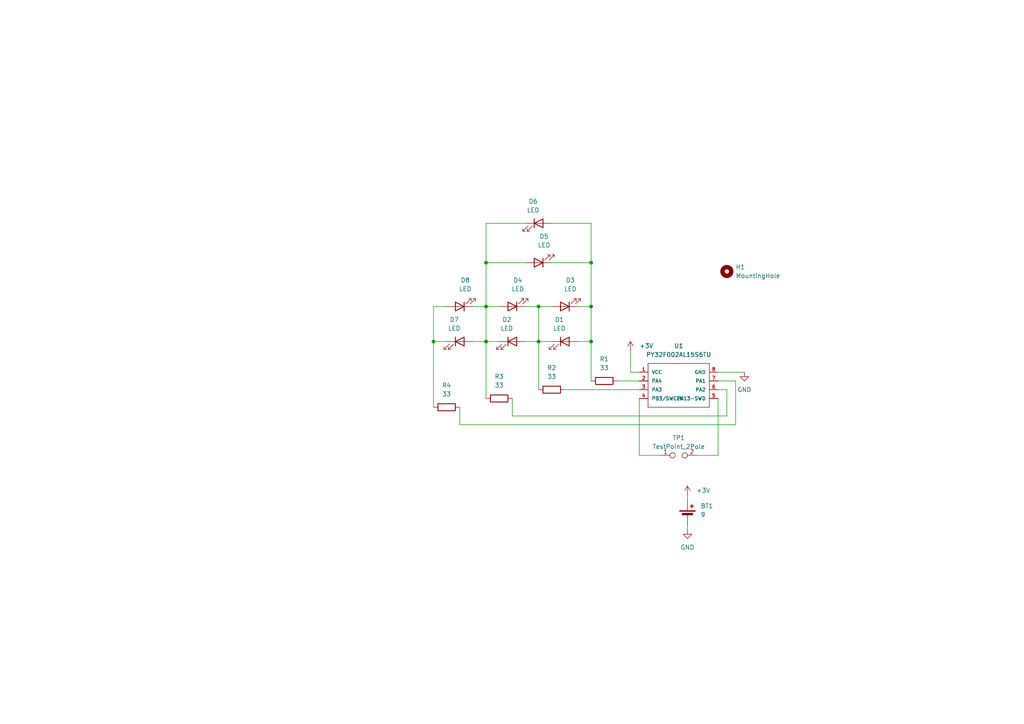
<source format=kicad_sch>
(kicad_sch (version 20250114) (generator "eeschema") (generator_version "9.0")
  (paper "A4")
  (lib_symbols
    (symbol "Connector:TestPoint_2Pole" (pin_names (offset 0.762) (hide yes))
      (property "Reference" "TP" (at 0 1.524 0))
      (property "Value" "TestPoint_2Pole" (at 0 -1.778 0))
      (symbol "TestPoint_2Pole_0_1"
        (circle (center -1.778 0) (radius 0.762))
        (circle (center 1.778 0) (radius 0.762))
        (pin passive line (at -5.08 0 0) (length 2.54) (name "1") (number "1"))
        (pin passive line (at 5.08 0 180) (length 2.54) (name "2") (number "2"))
      )
    )
    (symbol "Device:Battery_Cell" (pin_numbers (hide yes)) (pin_names (offset 0) (hide yes))
      (property "Reference" "BT1" (at 3.81 3.1116 0))
      (property "Value" "9" (at 3.81 0.5716 0))
      (symbol "Battery_Cell_0_1"
        (rectangle (start -2.286 1.778) (end 2.286 1.524) (fill (type outline)))
        (rectangle (start -1.524 1.016) (end 1.524 0.508) (fill (type outline)))
        (polyline (pts (xy 0 1.778) (xy 0 2.54)))
        (polyline (pts (xy 0 0.762) (xy 0 0)))
        (polyline (pts (xy 0.762 3.048) (xy 1.778 3.048)) (stroke (width 0.254)))
        (polyline (pts (xy 1.27 3.556) (xy 1.27 2.54)) (stroke (width 0.254)))
      )
      (symbol "Battery_Cell_1_1"
        (pin power_out line (at 0 5.08 270) (length 2.54) (name "+") (number "1"))
        (pin power_out line (at 0 -2.54 90) (length 2.54) (name "-") (number "2"))
      )
    )
    (symbol "Device:LED" (pin_numbers (hide yes)) (pin_names (offset 1.016) (hide yes))
      (property "Reference" "D" (at 0 2.54 0))
      (property "Value" "LED" (at 0 -2.54 0))
      (symbol "LED_0_1"
        (polyline (pts (xy -3.048 -0.762) (xy -4.572 -2.286) (xy -3.81 -2.286) (xy -4.572 -2.286) (xy -4.572 -1.524)))
        (polyline (pts (xy -1.778 -0.762) (xy -3.302 -2.286) (xy -2.54 -2.286) (xy -3.302 -2.286) (xy -3.302 -1.524)))
        (polyline (pts (xy -1.27 0) (xy 1.27 0)))
        (polyline (pts (xy -1.27 -1.27) (xy -1.27 1.27)) (stroke (width 0.254)))
        (polyline (pts (xy 1.27 -1.27) (xy 1.27 1.27) (xy -1.27 0) (xy 1.27 -1.27)) (stroke (width 0.254)))
      )
      (symbol "LED_1_1"
        (pin passive line (at -3.81 0 0) (length 2.54) (name "K") (number "1"))
        (pin passive line (at 3.81 0 180) (length 2.54) (name "A") (number "2"))
      )
    )
    (symbol "Device:R" (pin_numbers (hide yes)) (pin_names (offset 0))
      (property "Reference" "R" (at 2.032 0 90))
      (property "Value" "R" (at 0 0 90))
      (symbol "R_0_1"
        (rectangle (start -1.016 -2.54) (end 1.016 2.54) (stroke (width 0.254)))
      )
      (symbol "R_1_1"
        (pin passive line (at 0 3.81 270) (length 1.27) (name "~") (number "1"))
        (pin passive line (at 0 -3.81 90) (length 1.27) (name "~") (number "2"))
      )
    )
    (symbol "Mechanical:MountingHole" (pin_names (offset 1.016)) (in_bom no)
      (property "Reference" "H" (at 0 5.08 0))
      (property "Value" "MountingHole" (at 0 3.175 0))
      (symbol "MountingHole_0_1"
        (circle (center 0 0) (radius 1.27) (stroke (width 1.27)))
      )
    )
    (symbol "Ropi:PY32F002AL15S6TU" (pin_names (offset 1.016))
      (property "Reference" "U" (at -8.89 7.112 0))
      (property "Value" "PY32F002AL15S6TU" (at -8.89 -8.89 0))
      (symbol "PY32F002AL15S6TU_1_0"
        (polyline (pts (xy -8.89 6.35) (xy 8.89 6.35)))
        (polyline (pts (xy -8.89 -6.35) (xy -8.89 6.35)))
        (polyline (pts (xy 8.89 6.35) (xy 8.89 -6.35)))
        (polyline (pts (xy 8.89 -6.35) (xy -8.89 -6.35)))
      )
      (symbol "PY32F002AL15S6TU_1_1"
        (pin power_in line (at -11.43 3.81 0) (length 2.54) (name "VCC") (number "1"))
        (pin bidirectional line (at -11.43 1.27 0) (length 2.54) (name "PA4") (number "2"))
        (pin bidirectional line (at -11.43 -1.27 0) (length 2.54) (name "PA3") (number "3"))
        (pin bidirectional line (at -11.43 -3.81 0) (length 2.54) (name "PB3/SWCLK") (number "4"))
        (pin power_in line (at 11.43 3.81 180) (length 2.54) (name "GND") (number "8"))
        (pin bidirectional line (at 11.43 1.27 180) (length 2.54) (name "PA1") (number "7"))
        (pin bidirectional line (at 11.43 -1.27 180) (length 2.54) (name "PA2") (number "6"))
        (pin bidirectional line (at 11.43 -3.81 180) (length 2.54) (name "PA13-SWD") (number "5"))
      )
    )
    (symbol "power:+3.3V" (power) (pin_numbers (hide yes)) (pin_names (offset 0) (hide yes))
      (property "Value" "+3.3V" (at 0 3.556 0))
      (symbol "+3.3V_0_1"
        (polyline (pts (xy -0.762 1.27) (xy 0 2.54)))
        (polyline (pts (xy 0 2.54) (xy 0.762 1.27)))
        (polyline (pts (xy 0 0) (xy 0 2.54)))
      )
      (symbol "+3.3V_1_1"
        (pin power_in line (at 0 0 90) (length 0) (name "~") (number "1"))
      )
    )
    (symbol "power:GND" (power) (pin_numbers (hide yes)) (pin_names (offset 0) (hide yes))
      (property "Value" "GND" (at 0 -3.81 0))
      (symbol "GND_0_1"
        (polyline (pts (xy 0 0) (xy 0 -1.27) (xy 1.27 -1.27) (xy 0 -2.54) (xy -1.27 -1.27) (xy 0 -1.27)))
      )
      (symbol "GND_1_1"
        (pin power_in line (at 0 0 270) (length 0) (name "~") (number "1"))
      )
    )
  )
  (junction (at 171.45 88.9))
  (junction (at 156.21 99.06))
  (junction (at 156.21 88.9))
  (junction (at 171.45 99.06))
  (junction (at 140.97 76.2))
  (junction (at 140.97 88.9))
  (junction (at 125.73 99.06))
  (junction (at 171.45 76.2))
  (junction (at 140.97 99.06))
  (wire (pts (xy 156.21 88.9) (xy 156.21 99.06)))
  (wire (pts (xy 171.45 99.06) (xy 171.45 110.49)))
  (wire (pts (xy 140.97 76.2) (xy 140.97 88.9)))
  (wire (pts (xy 160.02 64.77) (xy 171.45 64.77)))
  (wire (pts (xy 137.16 88.9) (xy 140.97 88.9)))
  (wire (pts (xy 185.42 132.08) (xy 191.77 132.08)))
  (wire (pts (xy 125.73 99.06) (xy 125.73 118.11)))
  (wire (pts (xy 140.97 64.77) (xy 140.97 76.2)))
  (wire (pts (xy 171.45 64.77) (xy 171.45 76.2)))
  (wire (pts (xy 199.39 153.67) (xy 199.39 152.4)))
  (wire (pts (xy 156.21 99.06) (xy 152.4 99.06)))
  (wire (pts (xy 140.97 99.06) (xy 140.97 115.57)))
  (wire (pts (xy 210.82 120.65) (xy 210.82 113.03)))
  (wire (pts (xy 156.21 99.06) (xy 156.21 113.03)))
  (wire (pts (xy 171.45 99.06) (xy 167.64 99.06)))
  (wire (pts (xy 210.82 120.65) (xy 148.59 120.65)))
  (wire (pts (xy 152.4 64.77) (xy 140.97 64.77)))
  (wire (pts (xy 199.39 143.51) (xy 199.39 144.78)))
  (wire (pts (xy 208.28 110.49) (xy 213.36 110.49)))
  (wire (pts (xy 185.42 110.49) (xy 179.07 110.49)))
  (wire (pts (xy 152.4 88.9) (xy 156.21 88.9)))
  (wire (pts (xy 156.21 88.9) (xy 160.02 88.9)))
  (wire (pts (xy 160.02 99.06) (xy 156.21 99.06)))
  (wire (pts (xy 215.9 107.95) (xy 208.28 107.95)))
  (wire (pts (xy 167.64 88.9) (xy 171.45 88.9)))
  (wire (pts (xy 129.54 99.06) (xy 125.73 99.06)))
  (wire (pts (xy 182.88 101.6) (xy 182.88 107.95)))
  (wire (pts (xy 125.73 88.9) (xy 125.73 99.06)))
  (wire (pts (xy 208.28 115.57) (xy 208.28 132.08)))
  (wire (pts (xy 129.54 88.9) (xy 125.73 88.9)))
  (wire (pts (xy 140.97 99.06) (xy 137.16 99.06)))
  (wire (pts (xy 133.35 118.11) (xy 133.35 123.19)))
  (wire (pts (xy 171.45 88.9) (xy 171.45 99.06)))
  (wire (pts (xy 182.88 107.95) (xy 185.42 107.95)))
  (wire (pts (xy 160.02 76.2) (xy 171.45 76.2)))
  (wire (pts (xy 171.45 76.2) (xy 171.45 88.9)))
  (wire (pts (xy 208.28 132.08) (xy 201.93 132.08)))
  (wire (pts (xy 140.97 88.9) (xy 140.97 99.06)))
  (wire (pts (xy 152.4 76.2) (xy 140.97 76.2)))
  (wire (pts (xy 163.83 113.03) (xy 185.42 113.03)))
  (wire (pts (xy 144.78 88.9) (xy 140.97 88.9)))
  (wire (pts (xy 133.35 123.19) (xy 213.36 123.19)))
  (wire (pts (xy 210.82 113.03) (xy 208.28 113.03)))
  (wire (pts (xy 148.59 120.65) (xy 148.59 115.57)))
  (wire (pts (xy 185.42 115.57) (xy 185.42 132.08)))
  (wire (pts (xy 213.36 110.49) (xy 213.36 123.19)))
  (wire (pts (xy 144.78 99.06) (xy 140.97 99.06)))
  (symbol (lib_id "Device:LED") (at 148.59 99.06 0) (unit 1)
    (property "Reference" "D2" (at 147.0025 92.71 0))
    (property "Value" "LED" (at 147.0025 95.25 0))
    (property "Footprint" "LED_SMD:LED_0805_2012Metric_Pad1.15x1.40mm_HandSolder" (effects (hide yes)))
    (property "Description" "Light emitting diode" (effects (hide yes)))
    (property "Sim.Pins" "1=K 2=A" (effects (hide yes)))
  )
  (symbol (lib_id "Device:LED") (at 133.35 99.06 0) (unit 1)
    (property "Reference" "D7" (at 131.7625 92.71 0))
    (property "Value" "LED" (at 131.7625 95.25 0))
    (property "Footprint" "LED_SMD:LED_0805_2012Metric_Pad1.15x1.40mm_HandSolder" (effects (hide yes)))
    (property "Description" "Light emitting diode" (effects (hide yes)))
    (property "Sim.Pins" "1=K 2=A" (effects (hide yes)))
  )
  (symbol (lib_id "Device:LED") (at 163.83 99.06 0) (unit 1)
    (property "Reference" "D1" (at 162.2425 92.71 0))
    (property "Value" "LED" (at 162.2425 95.25 0))
    (property "Footprint" "LED_SMD:LED_0805_2012Metric_Pad1.15x1.40mm_HandSolder" (effects (hide yes)))
    (property "Description" "Light emitting diode" (effects (hide yes)))
    (property "Sim.Pins" "1=K 2=A" (effects (hide yes)))
  )
  (symbol (lib_id "power:+3.3V") (at 182.88 101.6 0) (unit 1)
    (property "Reference" "#PWR01" (effects (hide yes)))
    (property "Value" "+3V" (at 185.42 100.3299 0) (effects (justify left)))
    (property "Description" "Power symbol creates a global label with name \"+3.3V\"" (effects (hide yes)))
  )
  (symbol (lib_id "Device:LED") (at 156.21 64.77 0) (unit 1)
    (property "Reference" "D6" (at 154.6225 58.42 0))
    (property "Value" "LED" (at 154.6225 60.96 0))
    (property "Footprint" "LED_SMD:LED_0805_2012Metric_Pad1.15x1.40mm_HandSolder" (effects (hide yes)))
    (property "Description" "Light emitting diode" (effects (hide yes)))
    (property "Sim.Pins" "1=K 2=A" (effects (hide yes)))
  )
  (symbol (lib_id "Device:R") (at 144.78 115.57 90) (unit 1)
    (property "Reference" "R3" (at 144.78 109.22 90))
    (property "Value" "33" (at 144.78 111.76 90))
    (property "Footprint" "Resistor_SMD:R_1206_3216Metric_Pad1.30x1.75mm_HandSolder" (effects (hide yes)))
    (property "Description" "Resistor" (effects (hide yes)))
  )
  (symbol (lib_id "Ropi:PY32F002AL15S6TU") (at 196.85 111.76 0) (unit 1)
    (property "Reference" "U1" (at 196.85 100.33 0))
    (property "Value" "PY32F002AL15S6TU" (at 196.85 102.87 0))
    (property "Footprint" "Package_SO:SO-8_3.9x4.9mm_P1.27mm" (effects (hide yes)))
  )
  (symbol (lib_id "power:GND") (at 199.39 153.67 0) (unit 1)
    (property "Reference" "#PWR03" (effects (hide yes)))
    (property "Value" "GND" (at 199.39 158.75 0))
    (property "Description" "Power symbol creates a global label with name \"GND\" , ground" (effects (hide yes)))
  )
  (symbol (lib_id "Connector:TestPoint_2Pole") (at 196.85 132.08 0) (unit 1)
    (property "Reference" "TP1" (at 196.85 127 0))
    (property "Value" "TestPoint_2Pole" (at 196.85 129.54 0))
    (property "Footprint" "TestPoint:TestPoint_2Pads_Pitch2.54mm_Drill0.8mm" (effects (hide yes)))
    (property "Description" "2-polar test point" (effects (hide yes)))
  )
  (symbol (lib_id "Device:R") (at 129.54 118.11 90) (unit 1)
    (property "Reference" "R4" (at 129.54 111.76 90))
    (property "Value" "33" (at 129.54 114.3 90))
    (property "Footprint" "Resistor_SMD:R_1206_3216Metric_Pad1.30x1.75mm_HandSolder" (effects (hide yes)))
    (property "Description" "Resistor" (effects (hide yes)))
  )
  (symbol (lib_id "Device:LED") (at 148.59 88.9 180) (unit 1)
    (property "Reference" "D4" (at 150.1775 81.28 0))
    (property "Value" "LED" (at 150.1775 83.82 0))
    (property "Footprint" "LED_SMD:LED_0805_2012Metric_Pad1.15x1.40mm_HandSolder" (effects (hide yes)))
    (property "Description" "Light emitting diode" (effects (hide yes)))
    (property "Sim.Pins" "1=K 2=A" (effects (hide yes)))
  )
  (symbol (lib_id "Device:Battery_Cell") (at 199.39 149.86 0) (unit 1)
    (property "Reference" "BT1" (at 203.2 146.7484 0) (effects (justify left)))
    (property "Value" "9" (at 203.2 149.2884 0) (effects (justify left)))
    (property "Footprint" "OneOffs:BatteryHolder_WJ-CR2032-1-W" (effects (hide yes)))
    (property "Description" "Single-cell battery" (effects (hide yes)))
    (property "Sim.Device" "V" (effects (hide yes)))
    (property "Sim.Type" "DC" (effects (hide yes)))
    (property "Sim.Pins" "1=+ 2=-" (effects (hide yes)))
  )
  (symbol (lib_id "power:GND") (at 215.9 107.95 0) (unit 1)
    (property "Reference" "#PWR02" (effects (hide yes)))
    (property "Value" "GND" (at 215.9 113.03 0))
    (property "Description" "Power symbol creates a global label with name \"GND\" , ground" (effects (hide yes)))
  )
  (symbol (lib_id "Device:R") (at 160.02 113.03 90) (unit 1)
    (property "Reference" "R2" (at 160.02 106.68 90))
    (property "Value" "33" (at 160.02 109.22 90))
    (property "Footprint" "Resistor_SMD:R_1206_3216Metric_Pad1.30x1.75mm_HandSolder" (effects (hide yes)))
    (property "Description" "Resistor" (effects (hide yes)))
  )
  (symbol (lib_id "Device:LED") (at 163.83 88.9 180) (unit 1)
    (property "Reference" "D3" (at 165.4175 81.28 0))
    (property "Value" "LED" (at 165.4175 83.82 0))
    (property "Footprint" "LED_SMD:LED_0805_2012Metric_Pad1.15x1.40mm_HandSolder" (effects (hide yes)))
    (property "Description" "Light emitting diode" (effects (hide yes)))
    (property "Sim.Pins" "1=K 2=A" (effects (hide yes)))
  )
  (symbol (lib_id "Device:LED") (at 133.35 88.9 180) (unit 1)
    (property "Reference" "D8" (at 134.9375 81.28 0))
    (property "Value" "LED" (at 134.9375 83.82 0))
    (property "Footprint" "LED_SMD:LED_0805_2012Metric_Pad1.15x1.40mm_HandSolder" (effects (hide yes)))
    (property "Description" "Light emitting diode" (effects (hide yes)))
    (property "Sim.Pins" "1=K 2=A" (effects (hide yes)))
  )
  (symbol (lib_id "power:+3.3V") (at 199.39 143.51 0) (unit 1)
    (property "Reference" "#PWR04" (effects (hide yes)))
    (property "Value" "+3V" (at 201.93 142.2399 0) (effects (justify left)))
    (property "Description" "Power symbol creates a global label with name \"+3.3V\"" (effects (hide yes)))
  )
  (symbol (lib_id "Device:R") (at 175.26 110.49 90) (unit 1)
    (property "Reference" "R1" (at 175.26 104.14 90))
    (property "Value" "33" (at 175.26 106.68 90))
    (property "Footprint" "Resistor_SMD:R_1206_3216Metric_Pad1.30x1.75mm_HandSolder" (effects (hide yes)))
    (property "Description" "Resistor" (effects (hide yes)))
  )
  (symbol (lib_id "Device:LED") (at 156.21 76.2 180) (unit 1)
    (property "Reference" "D5" (at 157.7975 68.58 0))
    (property "Value" "LED" (at 157.7975 71.12 0))
    (property "Footprint" "LED_SMD:LED_0805_2012Metric_Pad1.15x1.40mm_HandSolder" (effects (hide yes)))
    (property "Description" "Light emitting diode" (effects (hide yes)))
    (property "Sim.Pins" "1=K 2=A" (effects (hide yes)))
  )
  (symbol (lib_id "Mechanical:MountingHole") (at 210.82 78.74 0) (unit 1) (in_bom no)
    (property "Reference" "H1" (at 213.36 77.4699 0) (effects (justify left)))
    (property "Value" "MountingHole" (at 213.36 80.0099 0) (effects (justify left)))
    (property "Footprint" "MountingHole:MountingHole_2.1mm" (effects (hide yes)))
    (property "Description" "Mounting Hole without connection" (effects (hide yes)))
  )
)
</source>
